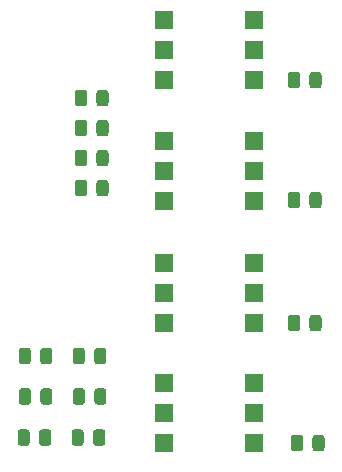
<source format=gbr>
%TF.GenerationSoftware,KiCad,Pcbnew,5.1.9+dfsg1-1*%
%TF.CreationDate,2021-05-25T15:53:09+02:00*%
%TF.ProjectId,i2c-control-interface,6932632d-636f-46e7-9472-6f6c2d696e74,rev?*%
%TF.SameCoordinates,Original*%
%TF.FileFunction,Paste,Top*%
%TF.FilePolarity,Positive*%
%FSLAX46Y46*%
G04 Gerber Fmt 4.6, Leading zero omitted, Abs format (unit mm)*
G04 Created by KiCad (PCBNEW 5.1.9+dfsg1-1) date 2021-05-25 15:53:09*
%MOMM*%
%LPD*%
G01*
G04 APERTURE LIST*
%ADD10R,1.600000X1.600000*%
G04 APERTURE END LIST*
D10*
%TO.C,U4*%
X130556000Y-132080000D03*
X122936000Y-137160000D03*
X130556000Y-134620000D03*
X122936000Y-134620000D03*
X130556000Y-137160000D03*
X122936000Y-132080000D03*
%TD*%
%TO.C,U3*%
X130556000Y-121920000D03*
X122936000Y-127000000D03*
X130556000Y-124460000D03*
X122936000Y-124460000D03*
X130556000Y-127000000D03*
X122936000Y-121920000D03*
%TD*%
%TO.C,U2*%
X130556000Y-111582200D03*
X122936000Y-116662200D03*
X130556000Y-114122200D03*
X122936000Y-114122200D03*
X130556000Y-116662200D03*
X122936000Y-111582200D03*
%TD*%
%TO.C,U1*%
X130556000Y-101346000D03*
X122936000Y-106426000D03*
X130556000Y-103886000D03*
X122936000Y-103886000D03*
X130556000Y-106426000D03*
X122936000Y-101346000D03*
%TD*%
%TO.C,R14*%
G36*
G01*
X116262200Y-129343999D02*
X116262200Y-130244001D01*
G75*
G02*
X116012201Y-130494000I-249999J0D01*
G01*
X115487199Y-130494000D01*
G75*
G02*
X115237200Y-130244001I0J249999D01*
G01*
X115237200Y-129343999D01*
G75*
G02*
X115487199Y-129094000I249999J0D01*
G01*
X116012201Y-129094000D01*
G75*
G02*
X116262200Y-129343999I0J-249999D01*
G01*
G37*
G36*
G01*
X118087200Y-129343999D02*
X118087200Y-130244001D01*
G75*
G02*
X117837201Y-130494000I-249999J0D01*
G01*
X117312199Y-130494000D01*
G75*
G02*
X117062200Y-130244001I0J249999D01*
G01*
X117062200Y-129343999D01*
G75*
G02*
X117312199Y-129094000I249999J0D01*
G01*
X117837201Y-129094000D01*
G75*
G02*
X118087200Y-129343999I0J-249999D01*
G01*
G37*
%TD*%
%TO.C,R13*%
G36*
G01*
X111690200Y-129343999D02*
X111690200Y-130244001D01*
G75*
G02*
X111440201Y-130494000I-249999J0D01*
G01*
X110915199Y-130494000D01*
G75*
G02*
X110665200Y-130244001I0J249999D01*
G01*
X110665200Y-129343999D01*
G75*
G02*
X110915199Y-129094000I249999J0D01*
G01*
X111440201Y-129094000D01*
G75*
G02*
X111690200Y-129343999I0J-249999D01*
G01*
G37*
G36*
G01*
X113515200Y-129343999D02*
X113515200Y-130244001D01*
G75*
G02*
X113265201Y-130494000I-249999J0D01*
G01*
X112740199Y-130494000D01*
G75*
G02*
X112490200Y-130244001I0J249999D01*
G01*
X112490200Y-129343999D01*
G75*
G02*
X112740199Y-129094000I249999J0D01*
G01*
X113265201Y-129094000D01*
G75*
G02*
X113515200Y-129343999I0J-249999D01*
G01*
G37*
%TD*%
%TO.C,R12*%
G36*
G01*
X116262200Y-132772999D02*
X116262200Y-133673001D01*
G75*
G02*
X116012201Y-133923000I-249999J0D01*
G01*
X115487199Y-133923000D01*
G75*
G02*
X115237200Y-133673001I0J249999D01*
G01*
X115237200Y-132772999D01*
G75*
G02*
X115487199Y-132523000I249999J0D01*
G01*
X116012201Y-132523000D01*
G75*
G02*
X116262200Y-132772999I0J-249999D01*
G01*
G37*
G36*
G01*
X118087200Y-132772999D02*
X118087200Y-133673001D01*
G75*
G02*
X117837201Y-133923000I-249999J0D01*
G01*
X117312199Y-133923000D01*
G75*
G02*
X117062200Y-133673001I0J249999D01*
G01*
X117062200Y-132772999D01*
G75*
G02*
X117312199Y-132523000I249999J0D01*
G01*
X117837201Y-132523000D01*
G75*
G02*
X118087200Y-132772999I0J-249999D01*
G01*
G37*
%TD*%
%TO.C,R11*%
G36*
G01*
X111690200Y-132772999D02*
X111690200Y-133673001D01*
G75*
G02*
X111440201Y-133923000I-249999J0D01*
G01*
X110915199Y-133923000D01*
G75*
G02*
X110665200Y-133673001I0J249999D01*
G01*
X110665200Y-132772999D01*
G75*
G02*
X110915199Y-132523000I249999J0D01*
G01*
X111440201Y-132523000D01*
G75*
G02*
X111690200Y-132772999I0J-249999D01*
G01*
G37*
G36*
G01*
X113515200Y-132772999D02*
X113515200Y-133673001D01*
G75*
G02*
X113265201Y-133923000I-249999J0D01*
G01*
X112740199Y-133923000D01*
G75*
G02*
X112490200Y-133673001I0J249999D01*
G01*
X112490200Y-132772999D01*
G75*
G02*
X112740199Y-132523000I249999J0D01*
G01*
X113265201Y-132523000D01*
G75*
G02*
X113515200Y-132772999I0J-249999D01*
G01*
G37*
%TD*%
%TO.C,R10*%
G36*
G01*
X116160600Y-136252799D02*
X116160600Y-137152801D01*
G75*
G02*
X115910601Y-137402800I-249999J0D01*
G01*
X115385599Y-137402800D01*
G75*
G02*
X115135600Y-137152801I0J249999D01*
G01*
X115135600Y-136252799D01*
G75*
G02*
X115385599Y-136002800I249999J0D01*
G01*
X115910601Y-136002800D01*
G75*
G02*
X116160600Y-136252799I0J-249999D01*
G01*
G37*
G36*
G01*
X117985600Y-136252799D02*
X117985600Y-137152801D01*
G75*
G02*
X117735601Y-137402800I-249999J0D01*
G01*
X117210599Y-137402800D01*
G75*
G02*
X116960600Y-137152801I0J249999D01*
G01*
X116960600Y-136252799D01*
G75*
G02*
X117210599Y-136002800I249999J0D01*
G01*
X117735601Y-136002800D01*
G75*
G02*
X117985600Y-136252799I0J-249999D01*
G01*
G37*
%TD*%
%TO.C,R9*%
G36*
G01*
X111588600Y-136252799D02*
X111588600Y-137152801D01*
G75*
G02*
X111338601Y-137402800I-249999J0D01*
G01*
X110813599Y-137402800D01*
G75*
G02*
X110563600Y-137152801I0J249999D01*
G01*
X110563600Y-136252799D01*
G75*
G02*
X110813599Y-136002800I249999J0D01*
G01*
X111338601Y-136002800D01*
G75*
G02*
X111588600Y-136252799I0J-249999D01*
G01*
G37*
G36*
G01*
X113413600Y-136252799D02*
X113413600Y-137152801D01*
G75*
G02*
X113163601Y-137402800I-249999J0D01*
G01*
X112638599Y-137402800D01*
G75*
G02*
X112388600Y-137152801I0J249999D01*
G01*
X112388600Y-136252799D01*
G75*
G02*
X112638599Y-136002800I249999J0D01*
G01*
X113163601Y-136002800D01*
G75*
G02*
X113413600Y-136252799I0J-249999D01*
G01*
G37*
%TD*%
%TO.C,R8*%
G36*
G01*
X135528000Y-137610001D02*
X135528000Y-136709999D01*
G75*
G02*
X135777999Y-136460000I249999J0D01*
G01*
X136303001Y-136460000D01*
G75*
G02*
X136553000Y-136709999I0J-249999D01*
G01*
X136553000Y-137610001D01*
G75*
G02*
X136303001Y-137860000I-249999J0D01*
G01*
X135777999Y-137860000D01*
G75*
G02*
X135528000Y-137610001I0J249999D01*
G01*
G37*
G36*
G01*
X133703000Y-137610001D02*
X133703000Y-136709999D01*
G75*
G02*
X133952999Y-136460000I249999J0D01*
G01*
X134478001Y-136460000D01*
G75*
G02*
X134728000Y-136709999I0J-249999D01*
G01*
X134728000Y-137610001D01*
G75*
G02*
X134478001Y-137860000I-249999J0D01*
G01*
X133952999Y-137860000D01*
G75*
G02*
X133703000Y-137610001I0J249999D01*
G01*
G37*
%TD*%
%TO.C,R7*%
G36*
G01*
X116440000Y-115119999D02*
X116440000Y-116020001D01*
G75*
G02*
X116190001Y-116270000I-249999J0D01*
G01*
X115664999Y-116270000D01*
G75*
G02*
X115415000Y-116020001I0J249999D01*
G01*
X115415000Y-115119999D01*
G75*
G02*
X115664999Y-114870000I249999J0D01*
G01*
X116190001Y-114870000D01*
G75*
G02*
X116440000Y-115119999I0J-249999D01*
G01*
G37*
G36*
G01*
X118265000Y-115119999D02*
X118265000Y-116020001D01*
G75*
G02*
X118015001Y-116270000I-249999J0D01*
G01*
X117489999Y-116270000D01*
G75*
G02*
X117240000Y-116020001I0J249999D01*
G01*
X117240000Y-115119999D01*
G75*
G02*
X117489999Y-114870000I249999J0D01*
G01*
X118015001Y-114870000D01*
G75*
G02*
X118265000Y-115119999I0J-249999D01*
G01*
G37*
%TD*%
%TO.C,R6*%
G36*
G01*
X135274000Y-127450001D02*
X135274000Y-126549999D01*
G75*
G02*
X135523999Y-126300000I249999J0D01*
G01*
X136049001Y-126300000D01*
G75*
G02*
X136299000Y-126549999I0J-249999D01*
G01*
X136299000Y-127450001D01*
G75*
G02*
X136049001Y-127700000I-249999J0D01*
G01*
X135523999Y-127700000D01*
G75*
G02*
X135274000Y-127450001I0J249999D01*
G01*
G37*
G36*
G01*
X133449000Y-127450001D02*
X133449000Y-126549999D01*
G75*
G02*
X133698999Y-126300000I249999J0D01*
G01*
X134224001Y-126300000D01*
G75*
G02*
X134474000Y-126549999I0J-249999D01*
G01*
X134474000Y-127450001D01*
G75*
G02*
X134224001Y-127700000I-249999J0D01*
G01*
X133698999Y-127700000D01*
G75*
G02*
X133449000Y-127450001I0J249999D01*
G01*
G37*
%TD*%
%TO.C,R5*%
G36*
G01*
X116440000Y-112579999D02*
X116440000Y-113480001D01*
G75*
G02*
X116190001Y-113730000I-249999J0D01*
G01*
X115664999Y-113730000D01*
G75*
G02*
X115415000Y-113480001I0J249999D01*
G01*
X115415000Y-112579999D01*
G75*
G02*
X115664999Y-112330000I249999J0D01*
G01*
X116190001Y-112330000D01*
G75*
G02*
X116440000Y-112579999I0J-249999D01*
G01*
G37*
G36*
G01*
X118265000Y-112579999D02*
X118265000Y-113480001D01*
G75*
G02*
X118015001Y-113730000I-249999J0D01*
G01*
X117489999Y-113730000D01*
G75*
G02*
X117240000Y-113480001I0J249999D01*
G01*
X117240000Y-112579999D01*
G75*
G02*
X117489999Y-112330000I249999J0D01*
G01*
X118015001Y-112330000D01*
G75*
G02*
X118265000Y-112579999I0J-249999D01*
G01*
G37*
%TD*%
%TO.C,R4*%
G36*
G01*
X135274000Y-117036001D02*
X135274000Y-116135999D01*
G75*
G02*
X135523999Y-115886000I249999J0D01*
G01*
X136049001Y-115886000D01*
G75*
G02*
X136299000Y-116135999I0J-249999D01*
G01*
X136299000Y-117036001D01*
G75*
G02*
X136049001Y-117286000I-249999J0D01*
G01*
X135523999Y-117286000D01*
G75*
G02*
X135274000Y-117036001I0J249999D01*
G01*
G37*
G36*
G01*
X133449000Y-117036001D02*
X133449000Y-116135999D01*
G75*
G02*
X133698999Y-115886000I249999J0D01*
G01*
X134224001Y-115886000D01*
G75*
G02*
X134474000Y-116135999I0J-249999D01*
G01*
X134474000Y-117036001D01*
G75*
G02*
X134224001Y-117286000I-249999J0D01*
G01*
X133698999Y-117286000D01*
G75*
G02*
X133449000Y-117036001I0J249999D01*
G01*
G37*
%TD*%
%TO.C,R3*%
G36*
G01*
X116440000Y-110039999D02*
X116440000Y-110940001D01*
G75*
G02*
X116190001Y-111190000I-249999J0D01*
G01*
X115664999Y-111190000D01*
G75*
G02*
X115415000Y-110940001I0J249999D01*
G01*
X115415000Y-110039999D01*
G75*
G02*
X115664999Y-109790000I249999J0D01*
G01*
X116190001Y-109790000D01*
G75*
G02*
X116440000Y-110039999I0J-249999D01*
G01*
G37*
G36*
G01*
X118265000Y-110039999D02*
X118265000Y-110940001D01*
G75*
G02*
X118015001Y-111190000I-249999J0D01*
G01*
X117489999Y-111190000D01*
G75*
G02*
X117240000Y-110940001I0J249999D01*
G01*
X117240000Y-110039999D01*
G75*
G02*
X117489999Y-109790000I249999J0D01*
G01*
X118015001Y-109790000D01*
G75*
G02*
X118265000Y-110039999I0J-249999D01*
G01*
G37*
%TD*%
%TO.C,R2*%
G36*
G01*
X135274000Y-106876001D02*
X135274000Y-105975999D01*
G75*
G02*
X135523999Y-105726000I249999J0D01*
G01*
X136049001Y-105726000D01*
G75*
G02*
X136299000Y-105975999I0J-249999D01*
G01*
X136299000Y-106876001D01*
G75*
G02*
X136049001Y-107126000I-249999J0D01*
G01*
X135523999Y-107126000D01*
G75*
G02*
X135274000Y-106876001I0J249999D01*
G01*
G37*
G36*
G01*
X133449000Y-106876001D02*
X133449000Y-105975999D01*
G75*
G02*
X133698999Y-105726000I249999J0D01*
G01*
X134224001Y-105726000D01*
G75*
G02*
X134474000Y-105975999I0J-249999D01*
G01*
X134474000Y-106876001D01*
G75*
G02*
X134224001Y-107126000I-249999J0D01*
G01*
X133698999Y-107126000D01*
G75*
G02*
X133449000Y-106876001I0J249999D01*
G01*
G37*
%TD*%
%TO.C,R1*%
G36*
G01*
X116440000Y-107499999D02*
X116440000Y-108400001D01*
G75*
G02*
X116190001Y-108650000I-249999J0D01*
G01*
X115664999Y-108650000D01*
G75*
G02*
X115415000Y-108400001I0J249999D01*
G01*
X115415000Y-107499999D01*
G75*
G02*
X115664999Y-107250000I249999J0D01*
G01*
X116190001Y-107250000D01*
G75*
G02*
X116440000Y-107499999I0J-249999D01*
G01*
G37*
G36*
G01*
X118265000Y-107499999D02*
X118265000Y-108400001D01*
G75*
G02*
X118015001Y-108650000I-249999J0D01*
G01*
X117489999Y-108650000D01*
G75*
G02*
X117240000Y-108400001I0J249999D01*
G01*
X117240000Y-107499999D01*
G75*
G02*
X117489999Y-107250000I249999J0D01*
G01*
X118015001Y-107250000D01*
G75*
G02*
X118265000Y-107499999I0J-249999D01*
G01*
G37*
%TD*%
M02*

</source>
